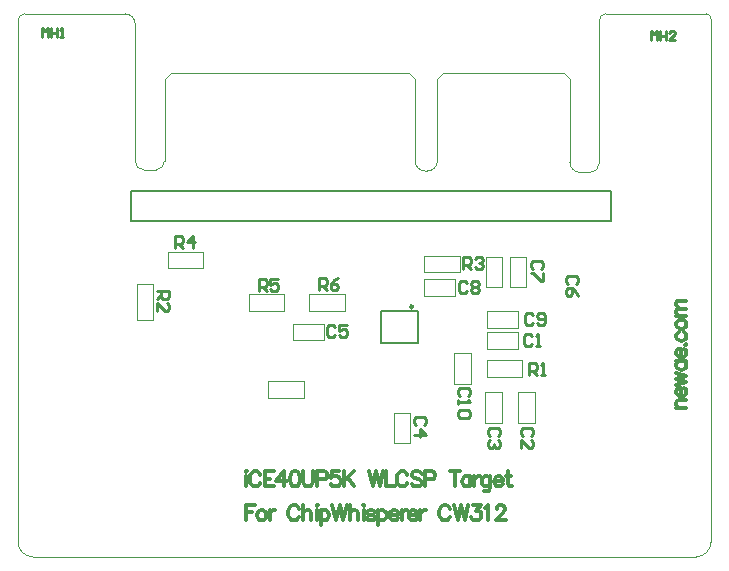
<source format=gto>
G04*
G04 #@! TF.GenerationSoftware,Altium Limited,Altium Designer,22.0.2 (36)*
G04*
G04 Layer_Color=65535*
%FSLAX25Y25*%
%MOIN*%
G70*
G04*
G04 #@! TF.SameCoordinates,DCB022B7-7615-43C5-B040-C09427D0DDE0*
G04*
G04*
G04 #@! TF.FilePolarity,Positive*
G04*
G01*
G75*
%ADD10C,0.00984*%
%ADD11C,0.00394*%
%ADD12C,0.00787*%
%ADD13C,0.01200*%
%ADD14C,0.01000*%
%ADD15C,0.00397*%
D10*
X132548Y234643D02*
G03*
X132548Y234643I-492J0D01*
G01*
D11*
X168905Y211244D02*
Y216756D01*
X157095Y211244D02*
Y216756D01*
Y211244D02*
X168905D01*
X157095Y216756D02*
X168905D01*
X157226Y220698D02*
Y226209D01*
X167462Y220698D02*
Y226209D01*
X157226Y220698D02*
X167462D01*
X157226Y226209D02*
X167462D01*
X157226Y227698D02*
Y233209D01*
X167462Y227698D02*
Y233209D01*
X157226Y227698D02*
X167462D01*
X157226Y233209D02*
X167462D01*
X84341Y204344D02*
Y209856D01*
X96152Y204344D02*
Y209856D01*
X84341D02*
X96152D01*
X84341Y204344D02*
X96152D01*
X50795Y247544D02*
Y253056D01*
X62606Y247544D02*
Y253056D01*
X50795D02*
X62606D01*
X50795Y247544D02*
X62606D01*
X173200Y195935D02*
Y206172D01*
X167688Y195935D02*
Y206172D01*
Y195935D02*
X173200D01*
X167688Y206172D02*
X173200D01*
X162200Y195935D02*
Y206172D01*
X156688Y195935D02*
Y206172D01*
Y195935D02*
X162200D01*
X156688Y206172D02*
X162200D01*
X131700Y189091D02*
Y199328D01*
X126188Y189091D02*
Y199328D01*
Y189091D02*
X131700D01*
X126188Y199328D02*
X131700D01*
X92726Y223398D02*
X102962D01*
X92726Y228909D02*
X102962D01*
X92726Y223398D02*
Y228909D01*
X102962Y223398D02*
Y228909D01*
X162300Y241135D02*
Y251372D01*
X156788Y241135D02*
Y251372D01*
Y241135D02*
X162300D01*
X156788Y251372D02*
X162300D01*
X170300Y241091D02*
Y251328D01*
X164788Y241091D02*
Y251328D01*
Y241091D02*
X170300D01*
X164788Y251328D02*
X170300D01*
X136382Y243856D02*
X146618D01*
X136382Y238344D02*
X146618D01*
Y243856D01*
X136382Y238344D02*
Y243856D01*
X46056Y230395D02*
Y242206D01*
X40544Y230395D02*
Y242206D01*
X46056D01*
X40544Y230395D02*
X46056D01*
X136294Y251656D02*
X148106D01*
X136294Y246144D02*
X148106D01*
X136294D02*
Y251656D01*
X148106Y246144D02*
Y251656D01*
X151900Y209035D02*
Y219272D01*
X146388Y209035D02*
Y219272D01*
Y209035D02*
X151900D01*
X146388Y219272D02*
X151900D01*
X77895Y238756D02*
X89705D01*
X77895Y233244D02*
X89705D01*
X77895D02*
Y238756D01*
X89705Y233244D02*
Y238756D01*
X97995Y233244D02*
X109806D01*
X97995Y238756D02*
X109806D01*
Y233244D02*
Y238756D01*
X97995Y233244D02*
Y238756D01*
X39933Y328964D02*
G03*
X36614Y332283I-3319J0D01*
G01*
X3150Y332283D02*
G03*
X886Y330020I0J-2264D01*
G01*
X231886Y327354D02*
G03*
X231890Y327358I0J4D01*
G01*
Y330709D02*
G03*
X230315Y332283I-1575J0D01*
G01*
X196850D02*
G03*
X194658Y330091I0J-2193D01*
G01*
X3150Y332283D02*
X36614D01*
X39933Y290010D02*
Y328964D01*
X886Y325854D02*
Y330020D01*
X196850Y332283D02*
X230315D01*
X194658Y282453D02*
Y330091D01*
X184815Y282902D02*
Y290144D01*
X39933Y283208D02*
Y290010D01*
X49776Y283240D02*
Y290010D01*
X142689Y312634D02*
X182846D01*
X184815Y290144D02*
Y310665D01*
X49776Y290010D02*
Y310665D01*
X51744Y312634D01*
X131272D02*
X133240Y310665D01*
X140720D02*
X142689Y312634D01*
X182846D02*
X184815Y310665D01*
X51744Y312634D02*
X131272D01*
X133240Y283303D02*
Y310665D01*
X140720Y283303D02*
Y310665D01*
D12*
X38500Y273200D02*
X198500D01*
Y263200D02*
Y273200D01*
X191000Y263200D02*
X198500D01*
X38500D02*
X191000D01*
X38500D02*
Y273200D01*
X134294Y222453D02*
Y233139D01*
X121944Y222453D02*
X134294D01*
X121944D02*
Y233139D01*
X134294D01*
D13*
X76900Y168465D02*
Y163466D01*
Y168465D02*
X79995D01*
X76900Y166085D02*
X78804D01*
X81756Y166799D02*
X81280Y166561D01*
X80804Y166085D01*
X80566Y165371D01*
Y164895D01*
X80804Y164180D01*
X81280Y163704D01*
X81756Y163466D01*
X82470D01*
X82946Y163704D01*
X83422Y164180D01*
X83661Y164895D01*
Y165371D01*
X83422Y166085D01*
X82946Y166561D01*
X82470Y166799D01*
X81756D01*
X84755D02*
Y163466D01*
Y165371D02*
X84993Y166085D01*
X85470Y166561D01*
X85946Y166799D01*
X86660D01*
X94611Y167275D02*
X94372Y167751D01*
X93896Y168227D01*
X93420Y168465D01*
X92468D01*
X91992Y168227D01*
X91516Y167751D01*
X91278Y167275D01*
X91040Y166561D01*
Y165371D01*
X91278Y164656D01*
X91516Y164180D01*
X91992Y163704D01*
X92468Y163466D01*
X93420D01*
X93896Y163704D01*
X94372Y164180D01*
X94611Y164656D01*
X96015Y168465D02*
Y163466D01*
Y165847D02*
X96729Y166561D01*
X97205Y166799D01*
X97919D01*
X98395Y166561D01*
X98633Y165847D01*
Y163466D01*
X100419Y168465D02*
X100657Y168227D01*
X100895Y168465D01*
X100657Y168703D01*
X100419Y168465D01*
X100657Y166799D02*
Y163466D01*
X101776Y166799D02*
Y161800D01*
Y166085D02*
X102252Y166561D01*
X102728Y166799D01*
X103442D01*
X103918Y166561D01*
X104394Y166085D01*
X104632Y165371D01*
Y164895D01*
X104394Y164180D01*
X103918Y163704D01*
X103442Y163466D01*
X102728D01*
X102252Y163704D01*
X101776Y164180D01*
X105703Y168465D02*
X106894Y163466D01*
X108084Y168465D02*
X106894Y163466D01*
X108084Y168465D02*
X109274Y163466D01*
X110464Y168465D02*
X109274Y163466D01*
X111464Y168465D02*
Y163466D01*
Y165847D02*
X112178Y166561D01*
X112654Y166799D01*
X113368D01*
X113845Y166561D01*
X114083Y165847D01*
Y163466D01*
X115868Y168465D02*
X116106Y168227D01*
X116344Y168465D01*
X116106Y168703D01*
X115868Y168465D01*
X116106Y166799D02*
Y163466D01*
X119843Y166085D02*
X119605Y166561D01*
X118891Y166799D01*
X118177D01*
X117463Y166561D01*
X117225Y166085D01*
X117463Y165609D01*
X117939Y165371D01*
X119129Y165133D01*
X119605Y164895D01*
X119843Y164418D01*
Y164180D01*
X119605Y163704D01*
X118891Y163466D01*
X118177D01*
X117463Y163704D01*
X117225Y164180D01*
X120891Y166799D02*
Y161800D01*
Y166085D02*
X121367Y166561D01*
X121843Y166799D01*
X122557D01*
X123033Y166561D01*
X123509Y166085D01*
X123747Y165371D01*
Y164895D01*
X123509Y164180D01*
X123033Y163704D01*
X122557Y163466D01*
X121843D01*
X121367Y163704D01*
X120891Y164180D01*
X124818Y165371D02*
X127675D01*
Y165847D01*
X127437Y166323D01*
X127199Y166561D01*
X126723Y166799D01*
X126008D01*
X125532Y166561D01*
X125056Y166085D01*
X124818Y165371D01*
Y164895D01*
X125056Y164180D01*
X125532Y163704D01*
X126008Y163466D01*
X126723D01*
X127199Y163704D01*
X127675Y164180D01*
X128746Y166799D02*
Y163466D01*
Y165371D02*
X128984Y166085D01*
X129460Y166561D01*
X129936Y166799D01*
X130650D01*
X131103Y165371D02*
X133959D01*
Y165847D01*
X133721Y166323D01*
X133483Y166561D01*
X133007Y166799D01*
X132293D01*
X131817Y166561D01*
X131341Y166085D01*
X131103Y165371D01*
Y164895D01*
X131341Y164180D01*
X131817Y163704D01*
X132293Y163466D01*
X133007D01*
X133483Y163704D01*
X133959Y164180D01*
X135030Y166799D02*
Y163466D01*
Y165371D02*
X135268Y166085D01*
X135745Y166561D01*
X136221Y166799D01*
X136935D01*
X144885Y167275D02*
X144647Y167751D01*
X144171Y168227D01*
X143695Y168465D01*
X142743D01*
X142267Y168227D01*
X141791Y167751D01*
X141553Y167275D01*
X141315Y166561D01*
Y165371D01*
X141553Y164656D01*
X141791Y164180D01*
X142267Y163704D01*
X142743Y163466D01*
X143695D01*
X144171Y163704D01*
X144647Y164180D01*
X144885Y164656D01*
X146290Y168465D02*
X147480Y163466D01*
X148670Y168465D02*
X147480Y163466D01*
X148670Y168465D02*
X149861Y163466D01*
X151051Y168465D02*
X149861Y163466D01*
X152527Y168465D02*
X155145D01*
X153717Y166561D01*
X154431D01*
X154907Y166323D01*
X155145Y166085D01*
X155383Y165371D01*
Y164895D01*
X155145Y164180D01*
X154669Y163704D01*
X153955Y163466D01*
X153241D01*
X152527Y163704D01*
X152289Y163942D01*
X152051Y164418D01*
X156502Y167513D02*
X156978Y167751D01*
X157692Y168465D01*
Y163466D01*
X160406Y167275D02*
Y167513D01*
X160644Y167989D01*
X160882Y168227D01*
X161358Y168465D01*
X162310D01*
X162786Y168227D01*
X163024Y167989D01*
X163262Y167513D01*
Y167037D01*
X163024Y166561D01*
X162548Y165847D01*
X160168Y163466D01*
X163500D01*
X76800Y179765D02*
X77038Y179527D01*
X77276Y179765D01*
X77038Y180003D01*
X76800Y179765D01*
X77038Y178099D02*
Y174766D01*
X81727Y178575D02*
X81489Y179051D01*
X81013Y179527D01*
X80537Y179765D01*
X79585D01*
X79109Y179527D01*
X78633Y179051D01*
X78395Y178575D01*
X78157Y177861D01*
Y176671D01*
X78395Y175956D01*
X78633Y175480D01*
X79109Y175004D01*
X79585Y174766D01*
X80537D01*
X81013Y175004D01*
X81489Y175480D01*
X81727Y175956D01*
X86226Y179765D02*
X83132D01*
Y174766D01*
X86226D01*
X83132Y177385D02*
X85036D01*
X89440Y179765D02*
X87060Y176433D01*
X90630D01*
X89440Y179765D02*
Y174766D01*
X92939Y179765D02*
X92225Y179527D01*
X91749Y178813D01*
X91511Y177623D01*
Y176909D01*
X91749Y175718D01*
X92225Y175004D01*
X92939Y174766D01*
X93415D01*
X94130Y175004D01*
X94606Y175718D01*
X94844Y176909D01*
Y177623D01*
X94606Y178813D01*
X94130Y179527D01*
X93415Y179765D01*
X92939D01*
X95963D02*
Y176195D01*
X96201Y175480D01*
X96677Y175004D01*
X97391Y174766D01*
X97867D01*
X98581Y175004D01*
X99057Y175480D01*
X99295Y176195D01*
Y179765D01*
X100676Y177147D02*
X102818D01*
X103532Y177385D01*
X103770Y177623D01*
X104008Y178099D01*
Y178813D01*
X103770Y179289D01*
X103532Y179527D01*
X102818Y179765D01*
X100676D01*
Y174766D01*
X107984Y179765D02*
X105603D01*
X105365Y177623D01*
X105603Y177861D01*
X106317Y178099D01*
X107032D01*
X107746Y177861D01*
X108222Y177385D01*
X108460Y176671D01*
Y176195D01*
X108222Y175480D01*
X107746Y175004D01*
X107032Y174766D01*
X106317D01*
X105603Y175004D01*
X105365Y175242D01*
X105127Y175718D01*
X109579Y179765D02*
Y174766D01*
X112911Y179765D02*
X109579Y176433D01*
X110769Y177623D02*
X112911Y174766D01*
X117958Y179765D02*
X119148Y174766D01*
X120338Y179765D02*
X119148Y174766D01*
X120338Y179765D02*
X121528Y174766D01*
X122719Y179765D02*
X121528Y174766D01*
X123719Y179765D02*
Y174766D01*
X126575D01*
X130693Y178575D02*
X130455Y179051D01*
X129979Y179527D01*
X129503Y179765D01*
X128551D01*
X128075Y179527D01*
X127599Y179051D01*
X127361Y178575D01*
X127123Y177861D01*
Y176671D01*
X127361Y175956D01*
X127599Y175480D01*
X128075Y175004D01*
X128551Y174766D01*
X129503D01*
X129979Y175004D01*
X130455Y175480D01*
X130693Y175956D01*
X135430Y179051D02*
X134954Y179527D01*
X134240Y179765D01*
X133288D01*
X132574Y179527D01*
X132098Y179051D01*
Y178575D01*
X132336Y178099D01*
X132574Y177861D01*
X133050Y177623D01*
X134478Y177147D01*
X134954Y176909D01*
X135192Y176671D01*
X135430Y176195D01*
Y175480D01*
X134954Y175004D01*
X134240Y174766D01*
X133288D01*
X132574Y175004D01*
X132098Y175480D01*
X136549Y177147D02*
X138691D01*
X139406Y177385D01*
X139644Y177623D01*
X139882Y178099D01*
Y178813D01*
X139644Y179289D01*
X139406Y179527D01*
X138691Y179765D01*
X136549D01*
Y174766D01*
X146595Y179765D02*
Y174766D01*
X144928Y179765D02*
X148261D01*
X151713Y178099D02*
Y174766D01*
Y177385D02*
X151236Y177861D01*
X150760Y178099D01*
X150046D01*
X149570Y177861D01*
X149094Y177385D01*
X148856Y176671D01*
Y176195D01*
X149094Y175480D01*
X149570Y175004D01*
X150046Y174766D01*
X150760D01*
X151236Y175004D01*
X151713Y175480D01*
X153046Y178099D02*
Y174766D01*
Y176671D02*
X153284Y177385D01*
X153760Y177861D01*
X154236Y178099D01*
X154950D01*
X158259D02*
Y174290D01*
X158021Y173576D01*
X157783Y173338D01*
X157307Y173100D01*
X156592D01*
X156116Y173338D01*
X158259Y177385D02*
X157783Y177861D01*
X157307Y178099D01*
X156592D01*
X156116Y177861D01*
X155640Y177385D01*
X155402Y176671D01*
Y176195D01*
X155640Y175480D01*
X156116Y175004D01*
X156592Y174766D01*
X157307D01*
X157783Y175004D01*
X158259Y175480D01*
X159592Y176671D02*
X162448D01*
Y177147D01*
X162210Y177623D01*
X161972Y177861D01*
X161496Y178099D01*
X160782D01*
X160306Y177861D01*
X159830Y177385D01*
X159592Y176671D01*
Y176195D01*
X159830Y175480D01*
X160306Y175004D01*
X160782Y174766D01*
X161496D01*
X161972Y175004D01*
X162448Y175480D01*
X164234Y179765D02*
Y175718D01*
X164472Y175004D01*
X164948Y174766D01*
X165424D01*
X163520Y178099D02*
X165186D01*
X220367Y200800D02*
X223700D01*
X221320D02*
X220605Y201514D01*
X220367Y201990D01*
Y202704D01*
X220605Y203180D01*
X221320Y203418D01*
X223700D01*
X221796Y204728D02*
Y207584D01*
X221320D01*
X220843Y207346D01*
X220605Y207108D01*
X220367Y206632D01*
Y205918D01*
X220605Y205442D01*
X221081Y204966D01*
X221796Y204728D01*
X222272D01*
X222986Y204966D01*
X223462Y205442D01*
X223700Y205918D01*
Y206632D01*
X223462Y207108D01*
X222986Y207584D01*
X220367Y208656D02*
X223700Y209608D01*
X220367Y210560D02*
X223700Y209608D01*
X220367Y210560D02*
X223700Y211512D01*
X220367Y212464D02*
X223700Y211512D01*
X220367Y216487D02*
X223700D01*
X221081D02*
X220605Y216011D01*
X220367Y215535D01*
Y214821D01*
X220605Y214345D01*
X221081Y213869D01*
X221796Y213631D01*
X222272D01*
X222986Y213869D01*
X223462Y214345D01*
X223700Y214821D01*
Y215535D01*
X223462Y216011D01*
X222986Y216487D01*
X221796Y217820D02*
Y220677D01*
X221320D01*
X220843Y220439D01*
X220605Y220201D01*
X220367Y219724D01*
Y219010D01*
X220605Y218534D01*
X221081Y218058D01*
X221796Y217820D01*
X222272D01*
X222986Y218058D01*
X223462Y218534D01*
X223700Y219010D01*
Y219724D01*
X223462Y220201D01*
X222986Y220677D01*
X223224Y221986D02*
X223462Y221748D01*
X223700Y221986D01*
X223462Y222224D01*
X223224Y221986D01*
X221081Y226175D02*
X220605Y225699D01*
X220367Y225223D01*
Y224509D01*
X220605Y224033D01*
X221081Y223557D01*
X221796Y223319D01*
X222272D01*
X222986Y223557D01*
X223462Y224033D01*
X223700Y224509D01*
Y225223D01*
X223462Y225699D01*
X222986Y226175D01*
X220367Y228437D02*
X220605Y227961D01*
X221081Y227485D01*
X221796Y227247D01*
X222272D01*
X222986Y227485D01*
X223462Y227961D01*
X223700Y228437D01*
Y229151D01*
X223462Y229627D01*
X222986Y230103D01*
X222272Y230341D01*
X221796D01*
X221081Y230103D01*
X220605Y229627D01*
X220367Y229151D01*
Y228437D01*
Y231436D02*
X223700D01*
X221320D02*
X220605Y232150D01*
X220367Y232627D01*
Y233341D01*
X220605Y233817D01*
X221320Y234055D01*
X223700D01*
X221320D02*
X220605Y234769D01*
X220367Y235245D01*
Y235959D01*
X220605Y236435D01*
X221320Y236673D01*
X223700D01*
D14*
X171334Y212001D02*
Y215999D01*
X173334D01*
X174000Y215333D01*
Y214000D01*
X173334Y213334D01*
X171334D01*
X172667D02*
X174000Y212001D01*
X175333D02*
X176666D01*
X175999D01*
Y215999D01*
X175333Y215333D01*
X172344Y224786D02*
X171678Y225453D01*
X170345D01*
X169678Y224786D01*
Y222121D01*
X170345Y221454D01*
X171678D01*
X172344Y222121D01*
X173677Y221454D02*
X175010D01*
X174344D01*
Y225453D01*
X173677Y224786D01*
X172678Y231786D02*
X172011Y232453D01*
X170678D01*
X170012Y231786D01*
Y229121D01*
X170678Y228454D01*
X172011D01*
X172678Y229121D01*
X174011D02*
X174677Y228454D01*
X176010D01*
X176676Y229121D01*
Y231786D01*
X176010Y232453D01*
X174677D01*
X174011Y231786D01*
Y231120D01*
X174677Y230453D01*
X176676D01*
X53268Y254201D02*
Y258199D01*
X55267D01*
X55934Y257533D01*
Y256200D01*
X55267Y255534D01*
X53268D01*
X54601D02*
X55934Y254201D01*
X59266D02*
Y258199D01*
X57266Y256200D01*
X59932D01*
X171777Y191720D02*
X172443Y192386D01*
Y193719D01*
X171777Y194386D01*
X169111D01*
X168445Y193719D01*
Y192386D01*
X169111Y191720D01*
X168445Y187721D02*
Y190387D01*
X171110Y187721D01*
X171777D01*
X172443Y188388D01*
Y189721D01*
X171777Y190387D01*
X160777Y191720D02*
X161443Y192386D01*
Y193719D01*
X160777Y194386D01*
X158111D01*
X157445Y193719D01*
Y192386D01*
X158111Y191720D01*
X160777Y190387D02*
X161443Y189721D01*
Y188388D01*
X160777Y187721D01*
X160110D01*
X159444Y188388D01*
Y189054D01*
Y188388D01*
X158778Y187721D01*
X158111D01*
X157445Y188388D01*
Y189721D01*
X158111Y190387D01*
X136277Y195120D02*
X136943Y195786D01*
Y197119D01*
X136277Y197786D01*
X133611D01*
X132945Y197119D01*
Y195786D01*
X133611Y195120D01*
X132945Y191788D02*
X136943D01*
X134944Y193787D01*
Y191121D01*
X106534Y227833D02*
X105867Y228499D01*
X104534D01*
X103868Y227833D01*
Y225167D01*
X104534Y224501D01*
X105867D01*
X106534Y225167D01*
X110532Y228499D02*
X107867D01*
Y226500D01*
X109199Y227166D01*
X109866D01*
X110532Y226500D01*
Y225167D01*
X109866Y224501D01*
X108533D01*
X107867Y225167D01*
X186933Y242366D02*
X187599Y243033D01*
Y244366D01*
X186933Y245032D01*
X184267D01*
X183601Y244366D01*
Y243033D01*
X184267Y242366D01*
X187599Y238368D02*
X186933Y239701D01*
X185600Y241034D01*
X184267D01*
X183601Y240367D01*
Y239034D01*
X184267Y238368D01*
X184933D01*
X185600Y239034D01*
Y241034D01*
X175133Y247166D02*
X175799Y247833D01*
Y249166D01*
X175133Y249832D01*
X172467D01*
X171801Y249166D01*
Y247833D01*
X172467Y247166D01*
X175799Y245833D02*
Y243168D01*
X175133D01*
X172467Y245833D01*
X171801D01*
X150590Y242433D02*
X149923Y243099D01*
X148590D01*
X147924Y242433D01*
Y239767D01*
X148590Y239101D01*
X149923D01*
X150590Y239767D01*
X151922Y242433D02*
X152589Y243099D01*
X153922D01*
X154588Y242433D01*
Y241766D01*
X153922Y241100D01*
X154588Y240434D01*
Y239767D01*
X153922Y239101D01*
X152589D01*
X151922Y239767D01*
Y240434D01*
X152589Y241100D01*
X151922Y241766D01*
Y242433D01*
X152589Y241100D02*
X153922D01*
X47301Y239979D02*
X51299D01*
Y237979D01*
X50633Y237313D01*
X49300D01*
X48634Y237979D01*
Y239979D01*
Y238646D02*
X47301Y237313D01*
Y233314D02*
Y235980D01*
X49966Y233314D01*
X50633D01*
X51299Y233981D01*
Y235314D01*
X50633Y235980D01*
X149300Y247115D02*
Y251114D01*
X151299D01*
X151966Y250447D01*
Y249114D01*
X151299Y248448D01*
X149300D01*
X150633D02*
X151966Y247115D01*
X153299Y250447D02*
X153965Y251114D01*
X155298D01*
X155965Y250447D01*
Y249781D01*
X155298Y249114D01*
X154632D01*
X155298D01*
X155965Y248448D01*
Y247781D01*
X155298Y247115D01*
X153965D01*
X153299Y247781D01*
X150777Y204986D02*
X151444Y205653D01*
Y206985D01*
X150777Y207652D01*
X148111D01*
X147445Y206985D01*
Y205653D01*
X148111Y204986D01*
X147445Y203653D02*
Y202320D01*
Y202987D01*
X151444D01*
X150777Y203653D01*
Y200321D02*
X151444Y199654D01*
Y198322D01*
X150777Y197655D01*
X148111D01*
X147445Y198322D01*
Y199654D01*
X148111Y200321D01*
X150777D01*
X81068Y240001D02*
Y243999D01*
X83067D01*
X83734Y243333D01*
Y242000D01*
X83067Y241334D01*
X81068D01*
X82401D02*
X83734Y240001D01*
X87732Y243999D02*
X85066D01*
Y242000D01*
X86399Y242666D01*
X87066D01*
X87732Y242000D01*
Y240667D01*
X87066Y240001D01*
X85733D01*
X85066Y240667D01*
X101068Y240101D02*
Y244099D01*
X103067D01*
X103734Y243433D01*
Y242100D01*
X103067Y241434D01*
X101068D01*
X102401D02*
X103734Y240101D01*
X107732Y244099D02*
X106399Y243433D01*
X105067Y242100D01*
Y240767D01*
X105733Y240101D01*
X107066D01*
X107732Y240767D01*
Y241434D01*
X107066Y242100D01*
X105067D01*
X212007Y323545D02*
Y326544D01*
X213006Y325545D01*
X214006Y326544D01*
Y323545D01*
X215006Y326544D02*
Y323545D01*
Y325045D01*
X217005D01*
Y326544D01*
Y323545D01*
X220004D02*
X218005D01*
X220004Y325545D01*
Y326044D01*
X219504Y326544D01*
X218505D01*
X218005Y326044D01*
X9020Y324515D02*
Y327514D01*
X10020Y326515D01*
X11019Y327514D01*
Y324515D01*
X12019Y327514D02*
Y324515D01*
Y326015D01*
X14018D01*
Y327514D01*
Y324515D01*
X15018D02*
X16018D01*
X15518D01*
Y327514D01*
X15018Y327014D01*
D15*
X191605Y279400D02*
G03*
X194658Y282453I0J3053D01*
G01*
X184815Y282902D02*
G03*
X188317Y279400I3501J0D01*
G01*
X137317Y279900D02*
G03*
X140720Y283303I0J3403D01*
G01*
X133240D02*
G03*
X136643Y279900I3403J0D01*
G01*
X46835Y280300D02*
G03*
X49776Y283240I0J2940D01*
G01*
X39933Y283208D02*
G03*
X42841Y280300I2908J0D01*
G01*
X886Y156300D02*
G03*
X5886Y151300I5000J0D01*
G01*
X226890D02*
G03*
X231890Y156300I0J5000D01*
G01*
X42841Y280300D02*
X46835D01*
X188317Y279400D02*
X191605D01*
X136643Y279900D02*
X137317D01*
X886Y156300D02*
Y325854D01*
X5886Y151300D02*
X89300D01*
X226890D01*
X231886Y330709D02*
X231886Y156296D01*
M02*

</source>
